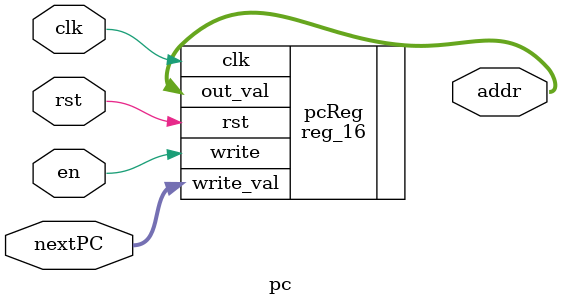
<source format=v>
module pc (nextPC, en, clk, rst, addr);

    input [15:0] nextPC;
    input en;
    input clk;
    input rst;
    output[15:0] addr;

    //register holding pc
    reg_16 pcReg (.clk(clk), .rst(rst), .write_val(nextPC), .write(en), .out_val(addr));
   
endmodule

</source>
